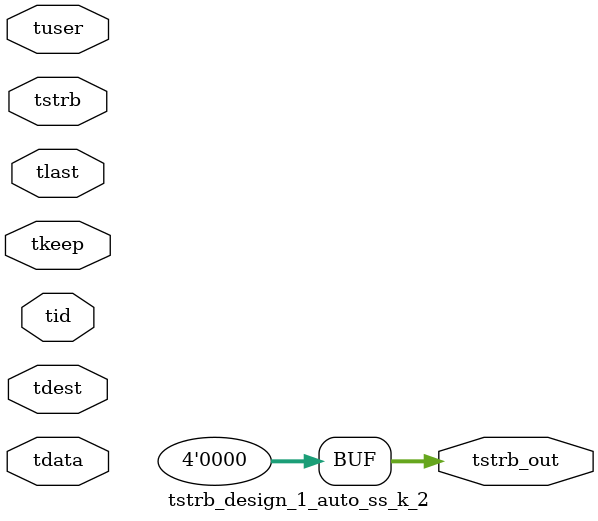
<source format=v>


`timescale 1ps/1ps

module tstrb_design_1_auto_ss_k_2 #
(
parameter C_S_AXIS_TDATA_WIDTH = 32,
parameter C_S_AXIS_TUSER_WIDTH = 0,
parameter C_S_AXIS_TID_WIDTH   = 0,
parameter C_S_AXIS_TDEST_WIDTH = 0,
parameter C_M_AXIS_TDATA_WIDTH = 32
)
(
input  [(C_S_AXIS_TDATA_WIDTH == 0 ? 1 : C_S_AXIS_TDATA_WIDTH)-1:0     ] tdata,
input  [(C_S_AXIS_TUSER_WIDTH == 0 ? 1 : C_S_AXIS_TUSER_WIDTH)-1:0     ] tuser,
input  [(C_S_AXIS_TID_WIDTH   == 0 ? 1 : C_S_AXIS_TID_WIDTH)-1:0       ] tid,
input  [(C_S_AXIS_TDEST_WIDTH == 0 ? 1 : C_S_AXIS_TDEST_WIDTH)-1:0     ] tdest,
input  [(C_S_AXIS_TDATA_WIDTH/8)-1:0 ] tkeep,
input  [(C_S_AXIS_TDATA_WIDTH/8)-1:0 ] tstrb,
input                                                                    tlast,
output [(C_M_AXIS_TDATA_WIDTH/8)-1:0 ] tstrb_out
);

assign tstrb_out = {1'b0};

endmodule


</source>
